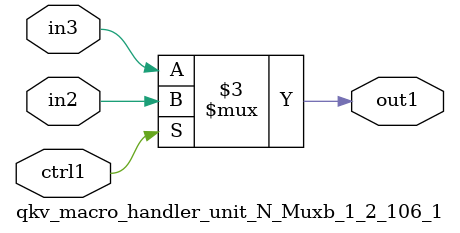
<source format=v>

`timescale 1ps / 1ps


module qkv_macro_handler_unit_N_Muxb_1_2_106_1( in3, in2, ctrl1, out1 );

    input in3;
    input in2;
    input ctrl1;
    output out1;
    reg out1;

    
    // rtl_process:qkv_macro_handler_unit_N_Muxb_1_2_106_1/qkv_macro_handler_unit_N_Muxb_1_2_106_1_thread_1
    always @*
      begin : qkv_macro_handler_unit_N_Muxb_1_2_106_1_thread_1
        case (ctrl1) 
          1'b1: 
            begin
              out1 = in2;
            end
          default: 
            begin
              out1 = in3;
            end
        endcase
      end

endmodule


</source>
